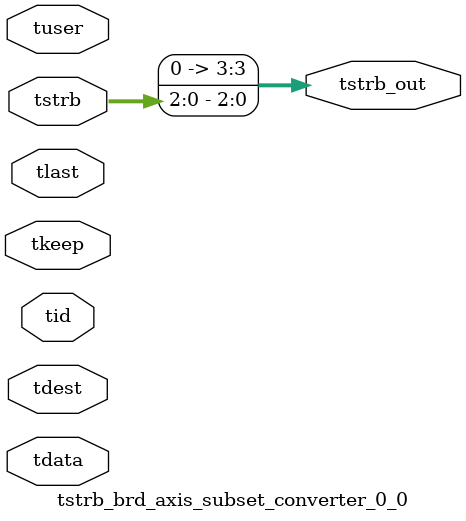
<source format=v>


`timescale 1ps/1ps

module tstrb_brd_axis_subset_converter_0_0 #
(
parameter C_S_AXIS_TDATA_WIDTH = 32,
parameter C_S_AXIS_TUSER_WIDTH = 0,
parameter C_S_AXIS_TID_WIDTH   = 0,
parameter C_S_AXIS_TDEST_WIDTH = 0,
parameter C_M_AXIS_TDATA_WIDTH = 32
)
(
input  [(C_S_AXIS_TDATA_WIDTH == 0 ? 1 : C_S_AXIS_TDATA_WIDTH)-1:0     ] tdata,
input  [(C_S_AXIS_TUSER_WIDTH == 0 ? 1 : C_S_AXIS_TUSER_WIDTH)-1:0     ] tuser,
input  [(C_S_AXIS_TID_WIDTH   == 0 ? 1 : C_S_AXIS_TID_WIDTH)-1:0       ] tid,
input  [(C_S_AXIS_TDEST_WIDTH == 0 ? 1 : C_S_AXIS_TDEST_WIDTH)-1:0     ] tdest,
input  [(C_S_AXIS_TDATA_WIDTH/8)-1:0 ] tkeep,
input  [(C_S_AXIS_TDATA_WIDTH/8)-1:0 ] tstrb,
input                                                                    tlast,
output [(C_M_AXIS_TDATA_WIDTH/8)-1:0 ] tstrb_out
);

assign tstrb_out = {tstrb[2:0]};

endmodule


</source>
